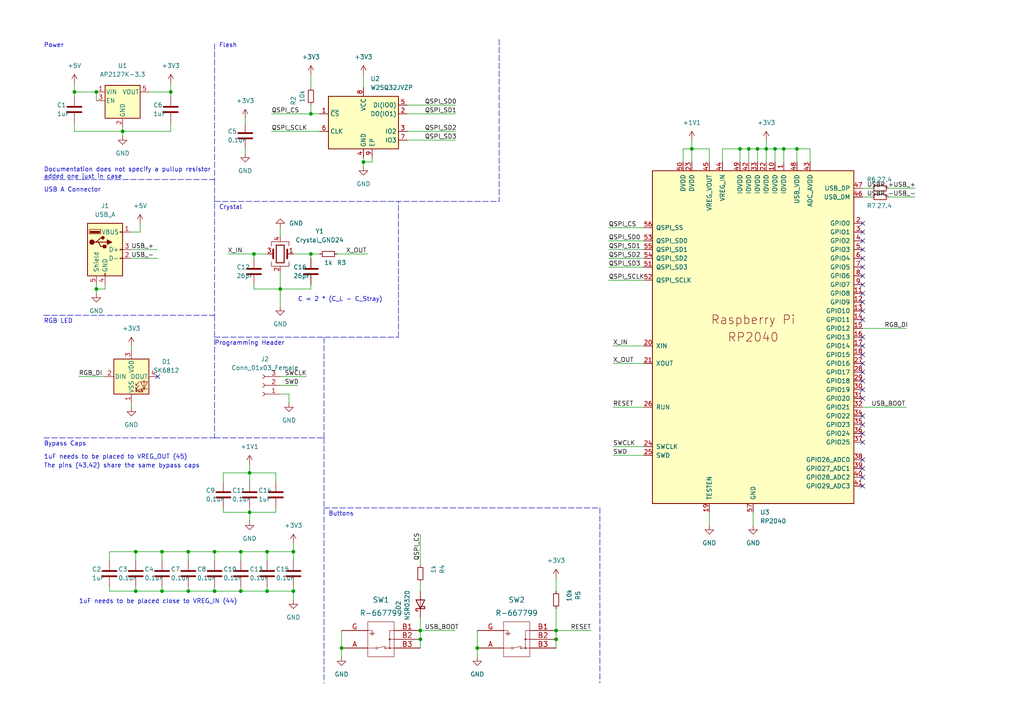
<source format=kicad_sch>
(kicad_sch (version 20211123) (generator eeschema)
  (paper "A4")
  (lib_symbols
    (symbol "2022-04-30_19-21-11:R-667799" (pin_names (offset 0.254) hide)
      (property "Reference" "SW" (at 11.43 7.62 0))
      (property "Value" "R-667799" (at 11.43 5.08 0))
      (symbol "R-667799_1_1"
        (polyline (pts (xy 7.62 -7.62) (xy 15.24 -7.62)) (stroke (width 0.127)))
        (polyline (pts (xy 7.62 0) (xy 8.89 0)) (stroke (width 0.127)))
        (polyline (pts (xy 7.62 2.54) (xy 7.62 -7.62)) (stroke (width 0.127)))
        (polyline (pts (xy 8.382 -1.016) (xy 9.398 -1.016)) (stroke (width 0.127)))
        (polyline (pts (xy 8.636 -1.27) (xy 9.144 -1.27)) (stroke (width 0.127)))
        (polyline (pts (xy 8.89 0) (xy 8.89 -0.762)) (stroke (width 0.127)))
        (polyline (pts (xy 9.652 -0.762) (xy 8.128 -0.762)) (stroke (width 0.127)))
        (polyline (pts (xy 9.906 -5.08) (xy 7.62 -5.08)) (stroke (width 0.127)))
        (polyline (pts (xy 10.414 -5.08) (xy 12.7 -4.572)) (stroke (width 0.127)))
        (polyline (pts (xy 12.954 -5.08) (xy 15.24 -5.08)) (stroke (width 0.127)))
        (polyline (pts (xy 13.97 -5.08) (xy 13.97 0)) (stroke (width 0.127)))
        (polyline (pts (xy 13.97 -2.54) (xy 15.24 -2.54)) (stroke (width 0.127)))
        (polyline (pts (xy 13.97 0) (xy 15.24 0)) (stroke (width 0.127)))
        (polyline (pts (xy 15.24 -7.62) (xy 15.24 2.54)) (stroke (width 0.127)))
        (polyline (pts (xy 15.24 2.54) (xy 7.62 2.54)) (stroke (width 0.127)))
        (arc (start 10.16 -5.334) (mid 10.16 -4.826) (end 10.16 -5.334) (stroke (width 0.127)))
        (circle (center 10.16 -5.08) (radius 0.254) (stroke (width 0.127)))
        (arc (start 12.7 -5.334) (mid 12.7 -4.826) (end 12.7 -5.334) (stroke (width 0.127)))
        (circle (center 12.7 -5.08) (radius 0.254) (stroke (width 0.127)))
        (arc (start 13.97 -5.207) (mid 13.97 -4.953) (end 13.97 -5.207) (stroke (width 0.254)))
        (circle (center 13.97 -5.08) (radius 0.127) (stroke (width 0.254)))
        (arc (start 13.97 -2.667) (mid 13.97 -2.413) (end 13.97 -2.667) (stroke (width 0.254)))
        (circle (center 13.97 -2.54) (radius 0.127) (stroke (width 0.254)))
        (pin unspecified line (at 0 -5.08 0) (length 7.62) (name "A") (number "A"))
        (pin unspecified line (at 22.86 0 180) (length 7.62) (name "B1") (number "B1"))
        (pin unspecified line (at 22.86 -2.54 180) (length 7.62) (name "B2") (number "B2"))
        (pin unspecified line (at 22.86 -5.08 180) (length 7.62) (name "B3") (number "B3"))
        (pin unspecified line (at 0 0 0) (length 7.62) (name "G") (number "G"))
      )
    )
    (symbol "Connector:Conn_01x03_Female" (pin_names (offset 1.016) hide)
      (property "Reference" "J" (at 0 5.08 0))
      (property "Value" "Conn_01x03_Female" (at 0 -5.08 0))
      (symbol "Conn_01x03_Female_1_1"
        (arc (start 0 -2.032) (mid -0.508 -2.54) (end 0 -3.048) (stroke (width 0.1524)))
        (polyline (pts (xy -1.27 -2.54) (xy -0.508 -2.54)) (stroke (width 0.1524)))
        (polyline (pts (xy -1.27 0) (xy -0.508 0)) (stroke (width 0.1524)))
        (polyline (pts (xy -1.27 2.54) (xy -0.508 2.54)) (stroke (width 0.1524)))
        (arc (start 0 0.508) (mid -0.508 0) (end 0 -0.508) (stroke (width 0.1524)))
        (arc (start 0 3.048) (mid -0.508 2.54) (end 0 2.032) (stroke (width 0.1524)))
        (pin passive line (at -5.08 2.54 0) (length 3.81) (name "Pin_1") (number "1"))
        (pin passive line (at -5.08 0 0) (length 3.81) (name "Pin_2") (number "2"))
        (pin passive line (at -5.08 -2.54 0) (length 3.81) (name "Pin_3") (number "3"))
      )
    )
    (symbol "Connector:USB_A" (pin_names (offset 1.016))
      (property "Reference" "J" (at -5.08 11.43 0))
      (property "Value" "USB_A" (at -5.08 8.89 0))
      (symbol "USB_A_0_1"
        (rectangle (start -5.08 -7.62) (end 5.08 7.62) (stroke (width 0.254)) (fill (type background)))
        (circle (center -3.81 2.159) (radius 0.635) (stroke (width 0.254)) (fill (type outline)))
        (rectangle (start -1.524 4.826) (end -4.318 5.334) (fill (type outline)))
        (rectangle (start -1.27 4.572) (end -4.572 5.842))
        (circle (center -0.635 3.429) (radius 0.381) (stroke (width 0.254)) (fill (type outline)))
        (rectangle (start -0.127 -7.62) (end 0.127 -6.858))
        (polyline (pts (xy -3.175 2.159) (xy -2.54 2.159) (xy -1.27 3.429) (xy -0.635 3.429)) (stroke (width 0.254)))
        (polyline (pts (xy -2.54 2.159) (xy -1.905 2.159) (xy -1.27 0.889) (xy 0 0.889)) (stroke (width 0.254)))
        (polyline (pts (xy 0.635 2.794) (xy 0.635 1.524) (xy 1.905 2.159) (xy 0.635 2.794)) (stroke (width 0.254)) (fill (type outline)))
        (rectangle (start 0.254 1.27) (end -0.508 0.508) (stroke (width 0.254)) (fill (type outline)))
        (rectangle (start 5.08 -2.667) (end 4.318 -2.413))
        (rectangle (start 5.08 -0.127) (end 4.318 0.127))
        (rectangle (start 5.08 4.953) (end 4.318 5.207))
      )
      (symbol "USB_A_1_1"
        (polyline (pts (xy -1.905 2.159) (xy 0.635 2.159)) (stroke (width 0.254)))
        (pin power_in line (at 7.62 5.08 180) (length 2.54) (name "VBUS") (number "1"))
        (pin bidirectional line (at 7.62 -2.54 180) (length 2.54) (name "D-") (number "2"))
        (pin bidirectional line (at 7.62 0 180) (length 2.54) (name "D+") (number "3"))
        (pin power_in line (at 0 -10.16 90) (length 2.54) (name "GND") (number "4"))
        (pin passive line (at -2.54 -10.16 90) (length 2.54) (name "Shield") (number "5"))
      )
    )
    (symbol "Device:C" (pin_numbers hide) (pin_names (offset 0.254))
      (property "Reference" "C" (at 0.635 2.54 0))
      (property "Value" "C" (at 0.635 -2.54 0))
      (symbol "C_0_1"
        (polyline (pts (xy -2.032 -0.762) (xy 2.032 -0.762)) (stroke (width 0.508)))
        (polyline (pts (xy -2.032 0.762) (xy 2.032 0.762)) (stroke (width 0.508)))
      )
      (symbol "C_1_1"
        (pin passive line (at 0 3.81 270) (length 2.794) (name "~") (number "1"))
        (pin passive line (at 0 -3.81 90) (length 2.794) (name "~") (number "2"))
      )
    )
    (symbol "Device:Crystal_GND24" (pin_names (offset 1.016) hide)
      (property "Reference" "Y" (at 3.175 5.08 0))
      (property "Value" "Crystal_GND24" (at 3.175 3.175 0))
      (symbol "Crystal_GND24_0_1"
        (rectangle (start -1.143 2.54) (end 1.143 -2.54) (stroke (width 0.3048)))
        (polyline (pts (xy -2.54 0) (xy -2.032 0)))
        (polyline (pts (xy -2.032 -1.27) (xy -2.032 1.27)) (stroke (width 0.508)))
        (polyline (pts (xy 0 -3.81) (xy 0 -3.556)))
        (polyline (pts (xy 0 3.556) (xy 0 3.81)))
        (polyline (pts (xy 2.032 -1.27) (xy 2.032 1.27)) (stroke (width 0.508)))
        (polyline (pts (xy 2.032 0) (xy 2.54 0)))
        (polyline (pts (xy -2.54 -2.286) (xy -2.54 -3.556) (xy 2.54 -3.556) (xy 2.54 -2.286)))
        (polyline (pts (xy -2.54 2.286) (xy -2.54 3.556) (xy 2.54 3.556) (xy 2.54 2.286)))
      )
      (symbol "Crystal_GND24_1_1"
        (pin passive line (at -3.81 0 0) (length 1.27) (name "1") (number "1"))
        (pin passive line (at 0 5.08 270) (length 1.27) (name "2") (number "2"))
        (pin passive line (at 3.81 0 180) (length 1.27) (name "3") (number "3"))
        (pin passive line (at 0 -5.08 90) (length 1.27) (name "4") (number "4"))
      )
    )
    (symbol "Device:R_Small" (pin_numbers hide) (pin_names (offset 0.254) hide)
      (property "Reference" "R" (at 0.762 0.508 0))
      (property "Value" "R_Small" (at 0.762 -1.016 0))
      (symbol "R_Small_0_1"
        (rectangle (start -0.762 1.778) (end 0.762 -1.778) (stroke (width 0.2032)))
      )
      (symbol "R_Small_1_1"
        (pin passive line (at 0 2.54 270) (length 0.762) (name "~") (number "1"))
        (pin passive line (at 0 -2.54 90) (length 0.762) (name "~") (number "2"))
      )
    )
    (symbol "Diode:NSR0320" (pin_numbers hide) (pin_names (offset 1.016) hide)
      (property "Reference" "D" (at 0 2.54 0))
      (property "Value" "NSR0320" (at 0 -2.54 0))
      (symbol "NSR0320_0_1"
        (polyline (pts (xy 1.27 0) (xy -1.27 0)))
        (polyline (pts (xy 1.27 1.27) (xy 1.27 -1.27) (xy -1.27 0) (xy 1.27 1.27)) (stroke (width 0.254)))
        (polyline (pts (xy -1.905 0.635) (xy -1.905 1.27) (xy -1.27 1.27) (xy -1.27 -1.27) (xy -0.635 -1.27) (xy -0.635 -0.635)) (stroke (width 0.254)))
      )
      (symbol "NSR0320_1_1"
        (pin passive line (at -3.81 0 0) (length 2.54) (name "K") (number "1"))
        (pin passive line (at 3.81 0 180) (length 2.54) (name "A") (number "2"))
      )
    )
    (symbol "LED:SK6812" (pin_names (offset 0.254))
      (property "Reference" "D" (at 5.08 5.715 0))
      (property "Value" "SK6812" (at 1.27 -5.715 0))
      (symbol "SK6812_0_0"
        (text "RGB" (at 2.286 -4.191 0) (effects (font (size 0.762 0.762))))
      )
      (symbol "SK6812_0_1"
        (polyline (pts (xy 1.27 -3.556) (xy 1.778 -3.556)))
        (polyline (pts (xy 1.27 -2.54) (xy 1.778 -2.54)))
        (polyline (pts (xy 4.699 -3.556) (xy 2.667 -3.556)))
        (polyline (pts (xy 2.286 -2.54) (xy 1.27 -3.556) (xy 1.27 -3.048)))
        (polyline (pts (xy 2.286 -1.524) (xy 1.27 -2.54) (xy 1.27 -2.032)))
        (polyline (pts (xy 3.683 -1.016) (xy 3.683 -3.556) (xy 3.683 -4.064)))
        (polyline (pts (xy 4.699 -1.524) (xy 2.667 -1.524) (xy 3.683 -3.556) (xy 4.699 -1.524)))
        (rectangle (start 5.08 5.08) (end -5.08 -5.08) (stroke (width 0.254)) (fill (type background)))
      )
      (symbol "SK6812_1_1"
        (pin power_in line (at 0 -7.62 90) (length 2.54) (name "VSS") (number "1"))
        (pin input line (at -7.62 0 0) (length 2.54) (name "DIN") (number "2"))
        (pin power_in line (at 0 7.62 270) (length 2.54) (name "VDD") (number "3"))
        (pin output line (at 7.62 0 180) (length 2.54) (name "DOUT") (number "4"))
      )
    )
    (symbol "MCU_RaspberryPi_RP2040:RP2040" (pin_names (offset 1.016))
      (property "Reference" "U" (at -29.21 49.53 0))
      (property "Value" "RP2040" (at 24.13 -49.53 0))
      (symbol "RP2040_0_0"
        (text "Raspberry Pi" (at 0 5.08 0) (effects (font (size 2.54 2.54))))
        (text "RP2040" (at 0 0 0) (effects (font (size 2.54 2.54))))
      )
      (symbol "RP2040_0_1"
        (rectangle (start 29.21 48.26) (end -29.21 -48.26) (stroke (width 0.254)) (fill (type background)))
      )
      (symbol "RP2040_1_1"
        (pin power_in line (at 8.89 50.8 270) (length 2.54) (name "IOVDD") (number "1"))
        (pin power_in line (at 6.35 50.8 270) (length 2.54) (name "IOVDD") (number "10"))
        (pin bidirectional line (at 31.75 12.7 180) (length 2.54) (name "GPIO8") (number "11"))
        (pin bidirectional line (at 31.75 10.16 180) (length 2.54) (name "GPIO9") (number "12"))
        (pin bidirectional line (at 31.75 7.62 180) (length 2.54) (name "GPIO10") (number "13"))
        (pin bidirectional line (at 31.75 5.08 180) (length 2.54) (name "GPIO11") (number "14"))
        (pin bidirectional line (at 31.75 2.54 180) (length 2.54) (name "GPIO12") (number "15"))
        (pin bidirectional line (at 31.75 0 180) (length 2.54) (name "GPIO13") (number "16"))
        (pin bidirectional line (at 31.75 -2.54 180) (length 2.54) (name "GPIO14") (number "17"))
        (pin bidirectional line (at 31.75 -5.08 180) (length 2.54) (name "GPIO15") (number "18"))
        (pin passive line (at -12.7 -50.8 90) (length 2.54) (name "TESTEN") (number "19"))
        (pin bidirectional line (at 31.75 33.02 180) (length 2.54) (name "GPIO0") (number "2"))
        (pin input line (at -31.75 -2.54 0) (length 2.54) (name "XIN") (number "20"))
        (pin passive line (at -31.75 -7.62 0) (length 2.54) (name "XOUT") (number "21"))
        (pin power_in line (at 3.81 50.8 270) (length 2.54) (name "IOVDD") (number "22"))
        (pin power_in line (at -17.78 50.8 270) (length 2.54) (name "DVDD") (number "23"))
        (pin output line (at -31.75 -31.75 0) (length 2.54) (name "SWCLK") (number "24"))
        (pin bidirectional line (at -31.75 -34.29 0) (length 2.54) (name "SWD") (number "25"))
        (pin input line (at -31.75 -20.32 0) (length 2.54) (name "RUN") (number "26"))
        (pin bidirectional line (at 31.75 -7.62 180) (length 2.54) (name "GPIO16") (number "27"))
        (pin bidirectional line (at 31.75 -10.16 180) (length 2.54) (name "GPIO17") (number "28"))
        (pin bidirectional line (at 31.75 -12.7 180) (length 2.54) (name "GPIO18") (number "29"))
        (pin bidirectional line (at 31.75 30.48 180) (length 2.54) (name "GPIO1") (number "3"))
        (pin bidirectional line (at 31.75 -15.24 180) (length 2.54) (name "GPIO19") (number "30"))
        (pin bidirectional line (at 31.75 -17.78 180) (length 2.54) (name "GPIO20") (number "31"))
        (pin bidirectional line (at 31.75 -20.32 180) (length 2.54) (name "GPIO21") (number "32"))
        (pin power_in line (at 1.27 50.8 270) (length 2.54) (name "IOVDD") (number "33"))
        (pin bidirectional line (at 31.75 -22.86 180) (length 2.54) (name "GPIO22") (number "34"))
        (pin bidirectional line (at 31.75 -25.4 180) (length 2.54) (name "GPIO23") (number "35"))
        (pin bidirectional line (at 31.75 -27.94 180) (length 2.54) (name "GPIO24") (number "36"))
        (pin bidirectional line (at 31.75 -30.48 180) (length 2.54) (name "GPIO25") (number "37"))
        (pin bidirectional line (at 31.75 -35.56 180) (length 2.54) (name "GPIO26_ADC0") (number "38"))
        (pin bidirectional line (at 31.75 -38.1 180) (length 2.54) (name "GPIO27_ADC1") (number "39"))
        (pin bidirectional line (at 31.75 27.94 180) (length 2.54) (name "GPIO2") (number "4"))
        (pin bidirectional line (at 31.75 -40.64 180) (length 2.54) (name "GPIO28_ADC2") (number "40"))
        (pin bidirectional line (at 31.75 -43.18 180) (length 2.54) (name "GPIO29_ADC3") (number "41"))
        (pin power_in line (at -1.27 50.8 270) (length 2.54) (name "IOVDD") (number "42"))
        (pin power_in line (at 16.51 50.8 270) (length 2.54) (name "ADC_AVDD") (number "43"))
        (pin power_in line (at -8.89 50.8 270) (length 2.54) (name "VREG_IN") (number "44"))
        (pin power_out line (at -12.7 50.8 270) (length 2.54) (name "VREG_VOUT") (number "45"))
        (pin bidirectional line (at 31.75 40.64 180) (length 2.54) (name "USB_DM") (number "46"))
        (pin bidirectional line (at 31.75 43.18 180) (length 2.54) (name "USB_DP") (number "47"))
        (pin power_in line (at 12.7 50.8 270) (length 2.54) (name "USB_VDD") (number "48"))
        (pin power_in line (at -3.81 50.8 270) (length 2.54) (name "IOVDD") (number "49"))
        (pin bidirectional line (at 31.75 25.4 180) (length 2.54) (name "GPIO3") (number "5"))
        (pin power_in line (at -20.32 50.8 270) (length 2.54) (name "DVDD") (number "50"))
        (pin bidirectional line (at -31.75 20.32 0) (length 2.54) (name "QSPI_SD3") (number "51"))
        (pin output line (at -31.75 16.51 0) (length 2.54) (name "QSPI_SCLK") (number "52"))
        (pin bidirectional line (at -31.75 27.94 0) (length 2.54) (name "QSPI_SD0") (number "53"))
        (pin bidirectional line (at -31.75 22.86 0) (length 2.54) (name "QSPI_SD2") (number "54"))
        (pin bidirectional line (at -31.75 25.4 0) (length 2.54) (name "QSPI_SD1") (number "55"))
        (pin bidirectional line (at -31.75 31.75 0) (length 2.54) (name "QSPI_SS") (number "56"))
        (pin power_in line (at 0 -50.8 90) (length 2.54) (name "GND") (number "57"))
        (pin bidirectional line (at 31.75 22.86 180) (length 2.54) (name "GPIO4") (number "6"))
        (pin bidirectional line (at 31.75 20.32 180) (length 2.54) (name "GPIO5") (number "7"))
        (pin bidirectional line (at 31.75 17.78 180) (length 2.54) (name "GPIO6") (number "8"))
        (pin bidirectional line (at 31.75 15.24 180) (length 2.54) (name "GPIO7") (number "9"))
      )
    )
    (symbol "Memory_Flash:W25Q32JVZP"
      (property "Reference" "U" (at -8.89 8.89 0))
      (property "Value" "W25Q32JVZP" (at 7.62 8.89 0))
      (symbol "W25Q32JVZP_0_1"
        (rectangle (start -10.16 7.62) (end 10.16 -7.62) (stroke (width 0.254)) (fill (type background)))
      )
      (symbol "W25Q32JVZP_1_1"
        (pin input line (at -12.7 2.54 0) (length 2.54) (name "~{CS}") (number "1"))
        (pin bidirectional line (at 12.7 2.54 180) (length 2.54) (name "DO(IO1)") (number "2"))
        (pin bidirectional line (at 12.7 -2.54 180) (length 2.54) (name "IO2") (number "3"))
        (pin power_in line (at 0 -10.16 90) (length 2.54) (name "GND") (number "4"))
        (pin bidirectional line (at 12.7 5.08 180) (length 2.54) (name "DI(IO0)") (number "5"))
        (pin input line (at -12.7 -2.54 0) (length 2.54) (name "CLK") (number "6"))
        (pin bidirectional line (at 12.7 -5.08 180) (length 2.54) (name "IO3") (number "7"))
        (pin power_in line (at 0 10.16 270) (length 2.54) (name "VCC") (number "8"))
        (pin passive line (at 2.54 -10.16 90) (length 2.54) (name "EP") (number "9"))
      )
    )
    (symbol "Regulator_Linear:AP2127K-3.3" (pin_names (offset 0.254))
      (property "Reference" "U" (at -5.08 5.715 0))
      (property "Value" "AP2127K-3.3" (at 0 5.715 0))
      (symbol "AP2127K-3.3_0_1"
        (rectangle (start -5.08 4.445) (end 5.08 -5.08) (stroke (width 0.254)) (fill (type background)))
      )
      (symbol "AP2127K-3.3_1_1"
        (pin power_in line (at -7.62 2.54 0) (length 2.54) (name "VIN") (number "1"))
        (pin power_in line (at 0 -7.62 90) (length 2.54) (name "GND") (number "2"))
        (pin input line (at -7.62 0 0) (length 2.54) (name "EN") (number "3"))
        (pin no_connect line (at 5.08 0 180) (length 2.54) hide (name "NC") (number "4"))
        (pin power_out line (at 7.62 2.54 180) (length 2.54) (name "VOUT") (number "5"))
      )
    )
    (symbol "power:+1V1" (power) (pin_names (offset 0))
      (property "Value" "+1V1" (at 0 3.556 0))
      (symbol "+1V1_0_1"
        (polyline (pts (xy -0.762 1.27) (xy 0 2.54)))
        (polyline (pts (xy 0 0) (xy 0 2.54)))
        (polyline (pts (xy 0 2.54) (xy 0.762 1.27)))
      )
      (symbol "+1V1_1_1"
        (pin power_in line (at 0 0 90) (length 0) hide (name "+1V1") (number "1"))
      )
    )
    (symbol "power:+3V3" (power) (pin_names (offset 0))
      (property "Value" "+3V3" (at 0 3.556 0))
      (symbol "+3V3_0_1"
        (polyline (pts (xy -0.762 1.27) (xy 0 2.54)))
        (polyline (pts (xy 0 0) (xy 0 2.54)))
        (polyline (pts (xy 0 2.54) (xy 0.762 1.27)))
      )
      (symbol "+3V3_1_1"
        (pin power_in line (at 0 0 90) (length 0) hide (name "+3V3") (number "1"))
      )
    )
    (symbol "power:+5V" (power) (pin_names (offset 0))
      (property "Value" "+5V" (at 0 3.556 0))
      (symbol "+5V_0_1"
        (polyline (pts (xy -0.762 1.27) (xy 0 2.54)))
        (polyline (pts (xy 0 0) (xy 0 2.54)))
        (polyline (pts (xy 0 2.54) (xy 0.762 1.27)))
      )
      (symbol "+5V_1_1"
        (pin power_in line (at 0 0 90) (length 0) hide (name "+5V") (number "1"))
      )
    )
    (symbol "power:GND" (power) (pin_names (offset 0))
      (property "Value" "GND" (at 0 -3.81 0))
      (symbol "GND_0_1"
        (polyline (pts (xy 0 0) (xy 0 -1.27) (xy 1.27 -1.27) (xy 0 -2.54) (xy -1.27 -1.27) (xy 0 -1.27)))
      )
      (symbol "GND_1_1"
        (pin power_in line (at 0 0 270) (length 0) hide (name "GND") (number "1"))
      )
    )
  )
  (junction (at 62.23 160.02))
  (junction (at 72.39 137.16))
  (junction (at 62.23 171.45))
  (junction (at 99.06 187.96))
  (junction (at 77.47 160.02))
  (junction (at 81.28 83.82))
  (junction (at 35.56 38.1))
  (junction (at 90.17 73.66))
  (junction (at 54.61 160.02))
  (junction (at 54.61 171.45))
  (junction (at 227.33 43.18))
  (junction (at 39.37 160.02))
  (junction (at 27.94 83.82))
  (junction (at 77.47 171.45))
  (junction (at 105.41 46.99))
  (junction (at 214.63 43.18))
  (junction (at 90.17 33.02))
  (junction (at 27.94 26.67))
  (junction (at 73.66 73.66))
  (junction (at 72.39 148.59))
  (junction (at 161.29 185.42))
  (junction (at 200.66 43.18))
  (junction (at 224.79 43.18))
  (junction (at 46.99 160.02))
  (junction (at 161.29 182.88))
  (junction (at 121.92 182.88))
  (junction (at 85.09 171.45))
  (junction (at 85.09 160.02))
  (junction (at 39.37 171.45))
  (junction (at 121.92 185.42))
  (junction (at 49.53 26.67))
  (junction (at 222.25 43.18))
  (junction (at 138.43 187.96))
  (junction (at 69.85 160.02))
  (junction (at 46.99 171.45))
  (junction (at 21.59 26.67))
  (junction (at 231.14 43.18))
  (junction (at 219.71 43.18))
  (junction (at 69.85 171.45))
  (junction (at 217.17 43.18))
  (no_connect (at 250.19 105.41))
  (no_connect (at 250.19 87.63))
  (no_connect (at 250.19 90.17))
  (no_connect (at 250.19 64.77))
  (no_connect (at 250.19 67.31))
  (no_connect (at 250.19 69.85))
  (no_connect (at 250.19 72.39))
  (no_connect (at 250.19 74.93))
  (no_connect (at 250.19 77.47))
  (no_connect (at 250.19 80.01))
  (no_connect (at 250.19 82.55))
  (no_connect (at 250.19 85.09))
  (no_connect (at 45.72 109.22))
  (no_connect (at 250.19 123.19))
  (no_connect (at 250.19 125.73))
  (no_connect (at 250.19 128.27))
  (no_connect (at 250.19 133.35))
  (no_connect (at 250.19 135.89))
  (no_connect (at 250.19 138.43))
  (no_connect (at 250.19 140.97))
  (no_connect (at 250.19 113.03))
  (no_connect (at 250.19 115.57))
  (no_connect (at 250.19 120.65))
  (no_connect (at 250.19 92.71))
  (no_connect (at 250.19 97.79))
  (no_connect (at 250.19 100.33))
  (no_connect (at 250.19 102.87))
  (no_connect (at 250.19 110.49))
  (no_connect (at 250.19 107.95))
  (wire (pts (xy 35.56 36.83) (xy 35.56 38.1)))
  (wire (pts (xy 118.11 40.64) (xy 132.08 40.64)))
  (wire (pts (xy 250.19 54.61) (xy 252.73 54.61)))
  (wire (pts (xy 27.94 83.82) (xy 30.48 83.82)))
  (wire (pts (xy 39.37 160.02) (xy 46.99 160.02)))
  (polyline (pts (xy 62.23 58.42) (xy 144.78 58.42)))
  (wire (pts (xy 77.47 171.45) (xy 69.85 171.45)))
  (wire (pts (xy 49.53 38.1) (xy 35.56 38.1)))
  (wire (pts (xy 38.1 116.84) (xy 38.1 118.11)))
  (polyline (pts (xy 115.57 97.79) (xy 115.57 58.42)))
  (wire (pts (xy 161.29 176.53) (xy 161.29 182.88)))
  (polyline (pts (xy 62.23 52.07) (xy 62.23 91.44)))
  (wire (pts (xy 105.41 46.99) (xy 105.41 48.26)))
  (wire (pts (xy 90.17 33.02) (xy 92.71 33.02)))
  (wire (pts (xy 49.53 26.67) (xy 49.53 27.94)))
  (wire (pts (xy 72.39 148.59) (xy 72.39 147.32)))
  (wire (pts (xy 176.53 69.85) (xy 186.69 69.85)))
  (wire (pts (xy 35.56 38.1) (xy 35.56 39.37)))
  (wire (pts (xy 85.09 171.45) (xy 85.09 173.99)))
  (wire (pts (xy 90.17 30.48) (xy 90.17 33.02)))
  (wire (pts (xy 77.47 160.02) (xy 85.09 160.02)))
  (polyline (pts (xy 93.98 147.32) (xy 173.99 147.32)))
  (wire (pts (xy 227.33 46.99) (xy 227.33 43.18)))
  (wire (pts (xy 177.8 132.08) (xy 186.69 132.08)))
  (wire (pts (xy 138.43 187.96) (xy 138.43 190.5)))
  (wire (pts (xy 73.66 83.82) (xy 81.28 83.82)))
  (wire (pts (xy 219.71 46.99) (xy 219.71 43.18)))
  (polyline (pts (xy 12.7 52.07) (xy 62.23 52.07)))
  (wire (pts (xy 31.75 160.02) (xy 31.75 162.56)))
  (polyline (pts (xy 93.98 127) (xy 93.98 97.79)))
  (wire (pts (xy 177.8 118.11) (xy 186.69 118.11)))
  (wire (pts (xy 85.09 157.48) (xy 85.09 160.02)))
  (wire (pts (xy 27.94 83.82) (xy 27.94 85.09)))
  (wire (pts (xy 105.41 46.99) (xy 107.95 46.99)))
  (wire (pts (xy 46.99 160.02) (xy 46.99 162.56)))
  (wire (pts (xy 209.55 43.18) (xy 214.63 43.18)))
  (wire (pts (xy 257.81 54.61) (xy 265.43 54.61)))
  (wire (pts (xy 77.47 160.02) (xy 77.47 162.56)))
  (wire (pts (xy 62.23 160.02) (xy 69.85 160.02)))
  (wire (pts (xy 218.44 148.59) (xy 218.44 152.4)))
  (polyline (pts (xy 62.23 127) (xy 93.98 127)))
  (wire (pts (xy 38.1 72.39) (xy 45.72 72.39)))
  (wire (pts (xy 85.09 170.18) (xy 85.09 171.45)))
  (wire (pts (xy 231.14 46.99) (xy 231.14 43.18)))
  (wire (pts (xy 72.39 137.16) (xy 72.39 134.62)))
  (wire (pts (xy 97.79 73.66) (xy 106.68 73.66)))
  (wire (pts (xy 73.66 82.55) (xy 73.66 83.82)))
  (wire (pts (xy 161.29 185.42) (xy 161.29 187.96)))
  (polyline (pts (xy 62.23 46.99) (xy 62.23 52.07)))
  (wire (pts (xy 69.85 171.45) (xy 62.23 171.45)))
  (wire (pts (xy 205.74 46.99) (xy 205.74 43.18)))
  (wire (pts (xy 217.17 43.18) (xy 219.71 43.18)))
  (wire (pts (xy 81.28 109.22) (xy 88.9 109.22)))
  (wire (pts (xy 85.09 171.45) (xy 77.47 171.45)))
  (wire (pts (xy 83.82 114.3) (xy 83.82 116.84)))
  (wire (pts (xy 90.17 73.66) (xy 90.17 74.93)))
  (wire (pts (xy 78.74 38.1) (xy 92.71 38.1)))
  (wire (pts (xy 118.11 38.1) (xy 132.08 38.1)))
  (wire (pts (xy 21.59 35.56) (xy 21.59 38.1)))
  (wire (pts (xy 64.77 148.59) (xy 72.39 148.59)))
  (wire (pts (xy 231.14 43.18) (xy 234.95 43.18)))
  (wire (pts (xy 39.37 171.45) (xy 31.75 171.45)))
  (wire (pts (xy 71.12 35.56) (xy 71.12 34.29)))
  (wire (pts (xy 200.66 46.99) (xy 200.66 43.18)))
  (wire (pts (xy 38.1 74.93) (xy 45.72 74.93)))
  (wire (pts (xy 138.43 182.88) (xy 138.43 187.96)))
  (wire (pts (xy 214.63 43.18) (xy 217.17 43.18)))
  (wire (pts (xy 54.61 160.02) (xy 62.23 160.02)))
  (wire (pts (xy 46.99 171.45) (xy 54.61 171.45)))
  (wire (pts (xy 54.61 160.02) (xy 54.61 162.56)))
  (wire (pts (xy 222.25 43.18) (xy 224.79 43.18)))
  (polyline (pts (xy 144.78 11.43) (xy 144.78 58.42)))
  (wire (pts (xy 69.85 160.02) (xy 69.85 162.56)))
  (wire (pts (xy 177.8 105.41) (xy 186.69 105.41)))
  (wire (pts (xy 90.17 83.82) (xy 90.17 82.55)))
  (wire (pts (xy 80.01 137.16) (xy 80.01 139.7)))
  (wire (pts (xy 49.53 24.13) (xy 49.53 26.67)))
  (wire (pts (xy 177.8 100.33) (xy 186.69 100.33)))
  (wire (pts (xy 64.77 139.7) (xy 64.77 137.16)))
  (wire (pts (xy 81.28 88.9) (xy 81.28 83.82)))
  (polyline (pts (xy 12.7 91.44) (xy 62.23 91.44)))
  (wire (pts (xy 81.28 83.82) (xy 81.28 78.74)))
  (wire (pts (xy 121.92 163.83) (xy 121.92 154.94)))
  (wire (pts (xy 99.06 187.96) (xy 99.06 190.5)))
  (wire (pts (xy 121.92 185.42) (xy 121.92 187.96)))
  (wire (pts (xy 107.95 46.99) (xy 107.95 45.72)))
  (wire (pts (xy 38.1 67.31) (xy 40.64 67.31)))
  (wire (pts (xy 118.11 30.48) (xy 132.08 30.48)))
  (wire (pts (xy 78.74 33.02) (xy 90.17 33.02)))
  (polyline (pts (xy 62.23 12.7) (xy 62.23 46.99)))
  (wire (pts (xy 64.77 137.16) (xy 72.39 137.16)))
  (wire (pts (xy 49.53 35.56) (xy 49.53 38.1)))
  (wire (pts (xy 69.85 170.18) (xy 69.85 171.45)))
  (wire (pts (xy 64.77 147.32) (xy 64.77 148.59)))
  (wire (pts (xy 217.17 46.99) (xy 217.17 43.18)))
  (wire (pts (xy 27.94 82.55) (xy 27.94 83.82)))
  (wire (pts (xy 176.53 81.28) (xy 186.69 81.28)))
  (wire (pts (xy 219.71 43.18) (xy 222.25 43.18)))
  (wire (pts (xy 85.09 160.02) (xy 85.09 162.56)))
  (wire (pts (xy 176.53 77.47) (xy 186.69 77.47)))
  (wire (pts (xy 161.29 182.88) (xy 171.45 182.88)))
  (wire (pts (xy 99.06 182.88) (xy 99.06 187.96)))
  (wire (pts (xy 118.11 33.02) (xy 132.08 33.02)))
  (wire (pts (xy 72.39 137.16) (xy 72.39 139.7)))
  (wire (pts (xy 250.19 95.25) (xy 262.89 95.25)))
  (wire (pts (xy 62.23 171.45) (xy 54.61 171.45)))
  (wire (pts (xy 31.75 160.02) (xy 39.37 160.02)))
  (wire (pts (xy 205.74 43.18) (xy 200.66 43.18)))
  (wire (pts (xy 176.53 74.93) (xy 186.69 74.93)))
  (wire (pts (xy 81.28 111.76) (xy 86.36 111.76)))
  (wire (pts (xy 39.37 170.18) (xy 39.37 171.45)))
  (polyline (pts (xy 173.99 147.32) (xy 173.99 198.12)))
  (wire (pts (xy 22.86 109.22) (xy 30.48 109.22)))
  (wire (pts (xy 121.92 182.88) (xy 121.92 185.42)))
  (wire (pts (xy 39.37 160.02) (xy 39.37 162.56)))
  (wire (pts (xy 46.99 171.45) (xy 39.37 171.45)))
  (wire (pts (xy 30.48 83.82) (xy 30.48 82.55)))
  (wire (pts (xy 90.17 25.4) (xy 90.17 21.59)))
  (wire (pts (xy 198.12 43.18) (xy 198.12 46.99)))
  (wire (pts (xy 73.66 74.93) (xy 73.66 73.66)))
  (wire (pts (xy 80.01 147.32) (xy 80.01 148.59)))
  (wire (pts (xy 85.09 73.66) (xy 90.17 73.66)))
  (wire (pts (xy 62.23 160.02) (xy 62.23 162.56)))
  (polyline (pts (xy 93.98 127) (xy 93.98 198.12)))
  (wire (pts (xy 222.25 46.99) (xy 222.25 43.18)))
  (wire (pts (xy 205.74 148.59) (xy 205.74 152.4)))
  (wire (pts (xy 105.41 21.59) (xy 105.41 25.4)))
  (wire (pts (xy 81.28 114.3) (xy 83.82 114.3)))
  (wire (pts (xy 257.81 57.15) (xy 265.43 57.15)))
  (wire (pts (xy 72.39 137.16) (xy 80.01 137.16)))
  (wire (pts (xy 176.53 66.04) (xy 186.69 66.04)))
  (wire (pts (xy 21.59 26.67) (xy 27.94 26.67)))
  (wire (pts (xy 21.59 27.94) (xy 21.59 26.67)))
  (wire (pts (xy 73.66 73.66) (xy 77.47 73.66)))
  (wire (pts (xy 69.85 160.02) (xy 77.47 160.02)))
  (wire (pts (xy 62.23 170.18) (xy 62.23 171.45)))
  (wire (pts (xy 81.28 83.82) (xy 90.17 83.82)))
  (wire (pts (xy 21.59 24.13) (xy 21.59 26.67)))
  (wire (pts (xy 21.59 38.1) (xy 35.56 38.1)))
  (wire (pts (xy 121.92 171.45) (xy 121.92 168.91)))
  (polyline (pts (xy 62.23 91.44) (xy 62.23 127)))
  (wire (pts (xy 81.28 66.04) (xy 81.28 68.58)))
  (wire (pts (xy 177.8 129.54) (xy 186.69 129.54)))
  (wire (pts (xy 224.79 43.18) (xy 227.33 43.18)))
  (wire (pts (xy 31.75 170.18) (xy 31.75 171.45)))
  (wire (pts (xy 72.39 151.13) (xy 72.39 148.59)))
  (wire (pts (xy 222.25 40.64) (xy 222.25 43.18)))
  (wire (pts (xy 200.66 40.64) (xy 200.66 43.18)))
  (polyline (pts (xy 62.23 97.79) (xy 115.57 97.79)))
  (wire (pts (xy 90.17 73.66) (xy 92.71 73.66)))
  (wire (pts (xy 46.99 171.45) (xy 46.99 170.18)))
  (wire (pts (xy 80.01 148.59) (xy 72.39 148.59)))
  (wire (pts (xy 161.29 167.64) (xy 161.29 171.45)))
  (wire (pts (xy 66.04 73.66) (xy 73.66 73.66)))
  (wire (pts (xy 224.79 46.99) (xy 224.79 43.18)))
  (wire (pts (xy 77.47 170.18) (xy 77.47 171.45)))
  (wire (pts (xy 250.19 57.15) (xy 252.73 57.15)))
  (wire (pts (xy 227.33 43.18) (xy 231.14 43.18)))
  (wire (pts (xy 176.53 72.39) (xy 186.69 72.39)))
  (wire (pts (xy 200.66 43.18) (xy 198.12 43.18)))
  (wire (pts (xy 250.19 118.11) (xy 262.89 118.11)))
  (wire (pts (xy 214.63 46.99) (xy 214.63 43.18)))
  (wire (pts (xy 71.12 43.18) (xy 71.12 44.45)))
  (wire (pts (xy 27.94 26.67) (xy 27.94 29.21)))
  (wire (pts (xy 105.41 45.72) (xy 105.41 46.99)))
  (wire (pts (xy 43.18 26.67) (xy 49.53 26.67)))
  (polyline (pts (xy 12.7 127) (xy 62.23 127)))
  (wire (pts (xy 40.64 67.31) (xy 40.64 64.77)))
  (wire (pts (xy 209.55 46.99) (xy 209.55 43.18)))
  (wire (pts (xy 46.99 160.02) (xy 54.61 160.02)))
  (wire (pts (xy 54.61 170.18) (xy 54.61 171.45)))
  (wire (pts (xy 38.1 101.6) (xy 38.1 100.33)))
  (wire (pts (xy 234.95 43.18) (xy 234.95 46.99)))
  (wire (pts (xy 121.92 182.88) (xy 132.08 182.88)))
  (wire (pts (xy 121.92 179.07) (xy 121.92 182.88)))
  (wire (pts (xy 161.29 182.88) (xy 161.29 185.42)))
  (text "Bypass Caps" (at 12.7 129.54 0) (effects (font (size 1.27 1.27)) (justify left bottom)))
  (text "Buttons" (at 95.25 149.86 0) (effects (font (size 1.27 1.27)) (justify left bottom)))
  (text "Crystal" (at 63.5 60.96 0) (effects (font (size 1.27 1.27)) (justify left bottom)))
  (text "C = 2 * (C_L - C_Stray)" (at 86.36 87.63 0) (effects (font (size 1.27 1.27)) (justify left bottom)))
  (text "Programming Header" (at 62.23 100.33 0) (effects (font (size 1.27 1.27)) (justify left bottom)))
  (text "1uF needs to be placed to VREG_OUT (45)" (at 12.7 133.35 0) (effects (font (size 1.27 1.27)) (justify left bottom)))
  (text "Power" (at 12.7 13.97 0) (effects (font (size 1.27 1.27)) (justify left bottom)))
  (text "1uF needs to be placed close to VREG_IN (44)" (at 22.86 175.26 0) (effects (font (size 1.27 1.27)) (justify left bottom)))
  (text "Documentation does not specify a pullup resistor\nadded one just in case" (at 12.7 52.07 0) (effects (font (size 1.27 1.27)) (justify left bottom)))
  (text "The pins (43,42) share the same bypass caps" (at 12.7 135.89 0) (effects (font (size 1.27 1.27)) (justify left bottom)))
  (text "Flash" (at 63.5 13.97 0) (effects (font (size 1.27 1.27)) (justify left bottom)))
  (text "USB A Connector" (at 12.7 55.88 0) (effects (font (size 1.27 1.27)) (justify left bottom)))
  (text "RGB LED" (at 12.7 93.98 0) (effects (font (size 1.27 1.27)) (justify left bottom)))
  (label "QSPI_SD1" (at 123.19 33.02 0))
  (label "SWCLK" (at 177.8 129.54 0))
  (label "RESET" (at 171.45 182.88 180))
  (label "USB_+" (at 38.1 72.39 0))
  (label "SWD" (at 82.55 111.76 0))
  (label "X_OUT" (at 100.33 73.66 0))
  (label "QSPI_CS" (at 78.74 33.02 0))
  (label "QSPI_SD1" (at 176.53 72.39 0))
  (label "SWD" (at 177.8 132.08 0))
  (label "QSPI_SD0" (at 176.53 69.85 0))
  (label "USBR_-" (at 251.46 57.15 0))
  (label "QSPI_SD2" (at 123.19 38.1 0))
  (label "QSPI_CS" (at 121.92 162.56 90))
  (label "SWCLK" (at 82.55 109.22 0))
  (label "QSPI_SD2" (at 176.53 74.93 0))
  (label "USB_-" (at 259.08 57.15 0))
  (label "USB_+" (at 259.08 54.61 0))
  (label "USBR_+" (at 251.46 54.61 0))
  (label "QSPI_CS" (at 176.53 66.04 0))
  (label "X_IN" (at 177.8 100.33 0))
  (label "QSPI_SD3" (at 123.19 40.64 0))
  (label "RGB_DI" (at 256.54 95.25 0))
  (label "RGB_DI" (at 22.86 109.22 0))
  (label "USB_BOOT" (at 252.73 118.11 0))
  (label "QSPI_SD0" (at 123.19 30.48 0))
  (label "QSPI_SCLK" (at 78.74 38.1 0))
  (label "USB_BOOT" (at 123.19 182.88 0))
  (label "X_OUT" (at 177.8 105.41 0))
  (label "X_IN" (at 66.04 73.66 0))
  (label "QSPI_SCLK" (at 176.53 81.28 0))
  (label "RESET" (at 177.8 118.11 0))
  (label "QSPI_SD3" (at 176.53 77.47 0))
  (label "USB_-" (at 38.1 74.93 0))
  (symbol (lib_id "power:+3V3") (at 49.53 24.13 0) (unit 1)
    (property "Reference" "#PWR0101" (effects hide))
    (property "Value" "+3V3" (at 49.53 19.05 0))
  )
  (symbol (lib_id "power:+1V1") (at 200.66 40.64 0) (unit 1)
    (property "Reference" "#PWR0115" (effects hide))
    (property "Value" "+1V1" (at 200.66 35.56 0))
  )
  (symbol (lib_id "power:GND") (at 35.56 39.37 0) (unit 1)
    (property "Reference" "#PWR0103" (effects hide))
    (property "Value" "GND" (at 35.56 44.45 0))
  )
  (symbol (lib_id "2022-04-30_19-21-11:R-667799") (at 99.06 182.88 0) (unit 1)
    (property "Reference" "SW1" (at 110.49 173.99 0) (effects (font (size 1.524 1.524))))
    (property "Value" "R-667799" (at 110.49 177.8 0) (effects (font (size 1.524 1.524))))
    (property "Footprint" "R-WHATEVER:R-667799" (effects hide))
  )
  (symbol (lib_id "power:+3V3") (at 105.41 21.59 0) (unit 1)
    (property "Reference" "#PWR0104" (effects hide))
    (property "Value" "+3V3" (at 105.41 16.51 0))
  )
  (symbol (lib_id "power:GND") (at 105.41 48.26 0) (unit 1)
    (property "Reference" "#PWR0105" (effects hide))
    (property "Value" "GND" (at 105.41 53.34 0))
  )
  (symbol (lib_id "Device:R_Small") (at 95.25 73.66 90) (unit 1)
    (property "Reference" "R3" (at 99.06 76.2 90))
    (property "Value" "1k" (at 95.25 76.2 90))
    (property "Footprint" "Resistor_SMD:R_0402_1005Metric" (effects hide))
  )
  (symbol (lib_id "power:GND") (at 205.74 152.4 0) (unit 1)
    (property "Reference" "#PWR0121" (effects hide))
    (property "Value" "GND" (at 205.74 157.48 0))
  )
  (symbol (lib_id "power:GND") (at 99.06 190.5 0) (unit 1)
    (property "Reference" "#PWR0120" (effects hide))
    (property "Value" "GND" (at 99.06 195.58 0))
  )
  (symbol (lib_id "Device:C") (at 90.17 78.74 180) (unit 1)
    (property "Reference" "C16" (at 85.09 77.47 0) (effects (justify right)))
    (property "Value" "26pF" (at 85.09 80.01 0) (effects (justify right)))
    (property "Footprint" "Capacitor_SMD:C_0402_1005Metric" (effects hide))
  )
  (symbol (lib_id "Device:C") (at 46.99 166.37 180) (unit 1)
    (property "Reference" "C4" (at 41.91 165.1 0) (effects (justify right)))
    (property "Value" "0.1uF" (at 41.91 167.64 0) (effects (justify right)))
    (property "Footprint" "Capacitor_SMD:C_0201_0603Metric" (effects hide))
  )
  (symbol (lib_id "Device:C") (at 54.61 166.37 180) (unit 1)
    (property "Reference" "C7" (at 49.53 165.1 0) (effects (justify right)))
    (property "Value" "0.1uF" (at 49.53 167.64 0) (effects (justify right)))
    (property "Footprint" "Capacitor_SMD:C_0201_0603Metric" (effects hide))
  )
  (symbol (lib_id "Device:C") (at 49.53 31.75 180) (unit 1)
    (property "Reference" "C6" (at 44.45 30.48 0) (effects (justify right)))
    (property "Value" "1uF" (at 44.45 33.02 0) (effects (justify right)))
    (property "Footprint" "Capacitor_SMD:C_0402_1005Metric" (effects hide))
  )
  (symbol (lib_id "power:GND") (at 83.82 116.84 0) (unit 1)
    (property "Reference" "#PWR0124" (effects hide))
    (property "Value" "GND" (at 83.82 121.92 0))
  )
  (symbol (lib_id "Device:Crystal_GND24") (at 81.28 73.66 180) (unit 1)
    (property "Reference" "Y1" (at 92.71 67.0812 0))
    (property "Value" "Crystal_GND24" (at 92.71 69.6212 0))
    (property "Footprint" "Crystal:Crystal_SMD_2520-4Pin_2.5x2.0mm" (effects hide))
    (property "Digikey" "https://www.digikey.ca/en/products/detail/ecs-inc/ECS-120-18-36-AGM-TR/9648900" (effects hide))
  )
  (symbol (lib_id "power:GND") (at 81.28 88.9 0) (unit 1)
    (property "Reference" "#PWR0118" (effects hide))
    (property "Value" "GND" (at 81.28 93.98 0))
  )
  (symbol (lib_id "Device:C") (at 71.12 39.37 180) (unit 1)
    (property "Reference" "C5" (at 66.04 38.1 0) (effects (justify right)))
    (property "Value" "0.1uF" (at 66.04 40.64 0) (effects (justify right)))
    (property "Footprint" "Capacitor_SMD:C_0201_0603Metric" (effects hide))
  )
  (symbol (lib_id "Device:C") (at 69.85 166.37 180) (unit 1)
    (property "Reference" "C10" (at 64.77 165.1 0) (effects (justify right)))
    (property "Value" "0.1uF" (at 64.77 167.64 0) (effects (justify right)))
    (property "Footprint" "Capacitor_SMD:C_0201_0603Metric" (effects hide))
  )
  (symbol (lib_id "Device:R_Small") (at 255.27 54.61 90) (unit 1)
    (property "Reference" "R6" (at 252.73 52.07 90))
    (property "Value" "27.4" (at 256.54 52.07 90))
    (property "Footprint" "Resistor_SMD:R_0402_1005Metric" (effects hide))
  )
  (symbol (lib_id "LED:SK6812") (at 38.1 109.22 0) (unit 1)
    (property "Reference" "D1" (at 48.26 104.8893 0))
    (property "Value" "SK6812" (at 48.26 107.4293 0))
    (property "Footprint" "LED_SMD:LED_SK6812_EC15_1.5x1.5mm" (effects hide))
    (property "Datasheet" "https://cdn-shop.adafruit.com/product-files/1138/SK6812+LED+datasheet+.pdf" (effects hide))
  )
  (symbol (lib_id "Device:R_Small") (at 121.92 166.37 0) (unit 1)
    (property "Reference" "R4" (at 128.27 165.1 90))
    (property "Value" "1k" (at 125.73 165.1 90))
    (property "Footprint" "Resistor_SMD:R_0402_1005Metric" (effects hide))
  )
  (symbol (lib_id "power:+3V3") (at 161.29 167.64 0) (unit 1)
    (property "Reference" "#PWR0123" (effects hide))
    (property "Value" "+3V3" (at 161.29 162.56 0))
  )
  (symbol (lib_id "Device:R_Small") (at 161.29 173.99 0) (unit 1)
    (property "Reference" "R5" (at 167.64 172.72 90))
    (property "Value" "10k" (at 165.1 172.72 90))
    (property "Footprint" "Resistor_SMD:R_0402_1005Metric" (effects hide))
  )
  (symbol (lib_id "power:GND") (at 85.09 173.99 0) (unit 1)
    (property "Reference" "#PWR0112" (effects hide))
    (property "Value" "GND" (at 85.09 179.07 0))
  )
  (symbol (lib_id "MCU_RaspberryPi_RP2040:RP2040") (at 218.44 97.79 0) (unit 1)
    (property "Reference" "U3" (at 220.4594 148.59 0) (effects (justify left)))
    (property "Value" "RP2040" (at 220.4594 151.13 0) (effects (justify left)))
    (property "Footprint" "RP2040_minimal:RP2040-QFN-56" (effects hide))
  )
  (symbol (lib_id "Device:C") (at 31.75 166.37 180) (unit 1)
    (property "Reference" "C2" (at 26.67 165.1 0) (effects (justify right)))
    (property "Value" "1uF" (at 26.67 167.64 0) (effects (justify right)))
    (property "Footprint" "Capacitor_SMD:C_0402_1005Metric" (effects hide))
  )
  (symbol (lib_id "power:+3V3") (at 222.25 40.64 0) (unit 1)
    (property "Reference" "#PWR0116" (effects hide))
    (property "Value" "+3V3" (at 222.25 35.56 0))
  )
  (symbol (lib_id "power:+1V1") (at 72.39 134.62 0) (unit 1)
    (property "Reference" "#PWR0114" (effects hide))
    (property "Value" "+1V1" (at 72.39 129.54 0))
  )
  (symbol (lib_id "Memory_Flash:W25Q32JVZP") (at 105.41 35.56 0) (unit 1)
    (property "Reference" "U2" (at 107.4294 22.86 0) (effects (justify left)))
    (property "Value" "W25Q32JVZP" (at 107.4294 25.4 0) (effects (justify left)))
    (property "Footprint" "8-UFDFN:W25Q80DVUXIE TR" (effects hide))
    (property "Datasheet" "http://www.winbond.com/resource-files/w25q32jv%20revg%2003272018%20plus.pdf" (effects hide))
  )
  (symbol (lib_id "Device:C") (at 64.77 143.51 180) (unit 1)
    (property "Reference" "C9" (at 59.69 142.24 0) (effects (justify right)))
    (property "Value" "0.1uF" (at 59.69 144.78 0) (effects (justify right)))
    (property "Footprint" "Capacitor_SMD:C_0201_0603Metric" (effects hide))
  )
  (symbol (lib_id "power:+3V3") (at 90.17 21.59 0) (unit 1)
    (property "Reference" "#PWR0106" (effects hide))
    (property "Value" "+3V3" (at 90.17 16.51 0))
  )
  (symbol (lib_id "Device:C") (at 21.59 31.75 180) (unit 1)
    (property "Reference" "C1" (at 16.51 30.48 0) (effects (justify right)))
    (property "Value" "1uF" (at 16.51 33.02 0) (effects (justify right)))
    (property "Footprint" "Capacitor_SMD:C_0402_1005Metric" (effects hide))
  )
  (symbol (lib_id "Device:C") (at 85.09 166.37 180) (unit 1)
    (property "Reference" "C15" (at 80.01 165.1 0) (effects (justify right)))
    (property "Value" "0.1uF" (at 80.01 167.64 0) (effects (justify right)))
    (property "Footprint" "Capacitor_SMD:C_0201_0603Metric" (effects hide))
  )
  (symbol (lib_id "2022-04-30_19-21-11:R-667799") (at 138.43 182.88 0) (unit 1)
    (property "Reference" "SW2" (at 149.86 173.99 0) (effects (font (size 1.524 1.524))))
    (property "Value" "R-667799" (at 149.86 177.8 0) (effects (font (size 1.524 1.524))))
    (property "Footprint" "R-WHATEVER:R-667799" (effects hide))
  )
  (symbol (lib_id "Diode:NSR0320") (at 121.92 175.26 90) (unit 1)
    (property "Reference" "D2" (at 115.57 175.5775 0))
    (property "Value" "NSR0320" (at 118.11 175.5775 0))
    (property "Footprint" "Diode_SMD:D_SOD-323" (effects hide))
  )
  (symbol (lib_id "power:GND") (at 218.44 152.4 0) (unit 1)
    (property "Reference" "#PWR0122" (effects hide))
    (property "Value" "GND" (at 218.44 157.48 0))
  )
  (symbol (lib_id "power:GND") (at 72.39 151.13 0) (unit 1)
    (property "Reference" "#PWR0113" (effects hide))
    (property "Value" "GND" (at 72.39 156.21 0))
  )
  (symbol (lib_id "power:GND") (at 71.12 44.45 0) (unit 1)
    (property "Reference" "#PWR0119" (effects hide))
    (property "Value" "GND" (at 71.12 49.53 0))
  )
  (symbol (lib_id "power:+3V3") (at 71.12 34.29 0) (unit 1)
    (property "Reference" "#PWR0126" (effects hide))
    (property "Value" "+3V3" (at 71.12 29.21 0))
  )
  (symbol (lib_id "power:+3V3") (at 38.1 100.33 0) (unit 1)
    (property "Reference" "#PWR0108" (effects hide))
    (property "Value" "+3V3" (at 38.1 95.25 0))
  )
  (symbol (lib_id "power:+5V") (at 21.59 24.13 0) (unit 1)
    (property "Reference" "#PWR0102" (effects hide))
    (property "Value" "+5V" (at 21.59 19.05 0))
  )
  (symbol (lib_id "power:GND") (at 38.1 118.11 0) (unit 1)
    (property "Reference" "#PWR0110" (effects hide))
    (property "Value" "GND" (at 38.1 123.19 0))
  )
  (symbol (lib_id "Device:C") (at 80.01 143.51 180) (unit 1)
    (property "Reference" "C14" (at 74.93 142.24 0) (effects (justify right)))
    (property "Value" "1uF" (at 74.93 144.78 0) (effects (justify right)))
    (property "Footprint" "Capacitor_SMD:C_0402_1005Metric" (effects hide))
  )
  (symbol (lib_id "Device:C") (at 73.66 78.74 180) (unit 1)
    (property "Reference" "C12" (at 68.58 77.47 0) (effects (justify right)))
    (property "Value" "26pF" (at 68.58 80.01 0) (effects (justify right)))
    (property "Footprint" "Capacitor_SMD:C_0402_1005Metric" (effects hide))
  )
  (symbol (lib_id "Regulator_Linear:AP2127K-3.3") (at 35.56 29.21 0) (unit 1)
    (property "Reference" "U1" (at 35.56 19.05 0))
    (property "Value" "AP2127K-3.3" (at 35.56 21.59 0))
    (property "Footprint" "Package_TO_SOT_SMD:SOT-23-5" (effects hide))
    (property "Datasheet" "https://www.diodes.com/assets/Datasheets/AP2127.pdf" (effects hide))
  )
  (symbol (lib_id "Device:R_Small") (at 90.17 27.94 180) (unit 1)
    (property "Reference" "R2" (at 85.09 29.21 90))
    (property "Value" "10k" (at 87.63 27.94 90))
    (property "Footprint" "Resistor_SMD:R_0402_1005Metric" (effects hide))
  )
  (symbol (lib_id "power:GND") (at 138.43 190.5 0) (unit 1)
    (property "Reference" "#PWR0125" (effects hide))
    (property "Value" "GND" (at 138.43 195.58 0))
  )
  (symbol (lib_id "Device:R_Small") (at 255.27 57.15 90) (unit 1)
    (property "Reference" "R7" (at 252.73 59.69 90))
    (property "Value" "27.4" (at 256.54 59.69 90))
    (property "Footprint" "Resistor_SMD:R_0402_1005Metric" (effects hide))
  )
  (symbol (lib_id "power:+3V3") (at 85.09 157.48 0) (unit 1)
    (property "Reference" "#PWR0111" (effects hide))
    (property "Value" "+3V3" (at 85.09 152.4 0))
  )
  (symbol (lib_id "power:GND") (at 27.94 85.09 0) (unit 1)
    (property "Reference" "#PWR0107" (effects hide))
    (property "Value" "GND" (at 27.94 90.17 0))
  )
  (symbol (lib_id "Device:C") (at 72.39 143.51 180) (unit 1)
    (property "Reference" "C11" (at 67.31 142.24 0) (effects (justify right)))
    (property "Value" "0.1uF" (at 67.31 144.78 0) (effects (justify right)))
    (property "Footprint" "Capacitor_SMD:C_0201_0603Metric" (effects hide))
  )
  (symbol (lib_id "Device:C") (at 62.23 166.37 180) (unit 1)
    (property "Reference" "C8" (at 57.15 165.1 0) (effects (justify right)))
    (property "Value" "0.1uF" (at 57.15 167.64 0) (effects (justify right)))
    (property "Footprint" "Capacitor_SMD:C_0201_0603Metric" (effects hide))
  )
  (symbol (lib_id "power:GND") (at 81.28 66.04 180) (unit 1)
    (property "Reference" "#PWR0117" (effects hide))
    (property "Value" "GND" (at 83.82 64.7699 0) (effects (justify right)))
  )
  (symbol (lib_id "Device:C") (at 77.47 166.37 180) (unit 1)
    (property "Reference" "C13" (at 72.39 165.1 0) (effects (justify right)))
    (property "Value" "0.1uF" (at 72.39 167.64 0) (effects (justify right)))
    (property "Footprint" "Capacitor_SMD:C_0201_0603Metric" (effects hide))
  )
  (symbol (lib_id "Connector:Conn_01x03_Female") (at 76.2 111.76 180) (unit 1)
    (property "Reference" "J2" (at 76.835 104.14 0))
    (property "Value" "Conn_01x03_Female" (at 76.835 106.68 0))
    (property "Footprint" "Connector_PinHeader_1.27mm:PinHeader_1x03_P1.27mm_Vertical" (effects hide))
  )
  (symbol (lib_id "Connector:USB_A") (at 30.48 72.39 0) (unit 1)
    (property "Reference" "J1" (at 30.48 59.69 0))
    (property "Value" "USB_A" (at 30.48 62.23 0))
    (property "Footprint" "Connector_USB:USB_A_CNCTech_1001-011-01101_Horizontal" (effects hide))
    (property "Datasheet" " ~" (effects hide))
    (property "Digikey" "https://www.digikey.ca/en/products/detail/cnc-tech/1001-011-01101-TR/11312479" (effects hide))
  )
  (symbol (lib_id "power:+5V") (at 40.64 64.77 0) (unit 1)
    (property "Reference" "#PWR0109" (effects hide))
    (property "Value" "+5V" (at 40.64 59.69 0))
  )
  (symbol (lib_id "Device:C") (at 39.37 166.37 180) (unit 1)
    (property "Reference" "C3" (at 34.29 165.1 0) (effects (justify right)))
    (property "Value" "0.1uF" (at 34.29 167.64 0) (effects (justify right)))
    (property "Footprint" "Capacitor_SMD:C_0201_0603Metric" (effects hide))
  )
)
</source>
